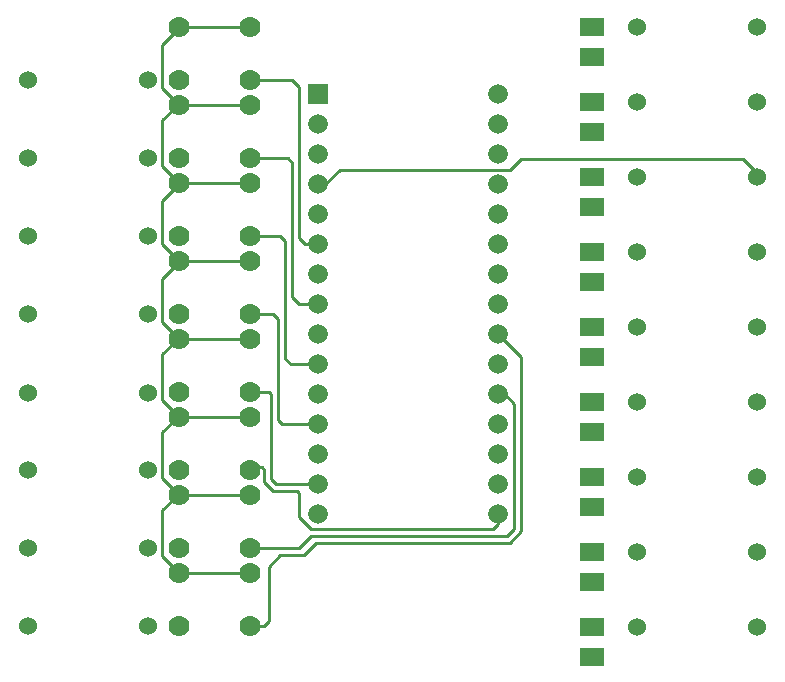
<source format=gbr>
G04 DesignSpark PCB Gerber Version 10.0 Build 5299*
G04 #@! TF.Part,Single*
G04 #@! TF.FileFunction,Copper,L1,Top*
G04 #@! TF.FilePolarity,Positive*
%FSLAX35Y35*%
%MOIN*%
G04 #@! TA.AperFunction,ComponentPad*
%ADD11R,0.06555X0.06555*%
G04 #@! TD.AperFunction*
%ADD10C,0.01000*%
G04 #@! TA.AperFunction,ComponentPad*
%ADD14C,0.06000*%
%ADD12C,0.06555*%
%ADD13R,0.08000X0.06000*%
%ADD15C,0.07000*%
G04 #@! TD.AperFunction*
X0Y0D02*
D02*
D10*
X56506Y38002D02*
X68317D01*
X56506D02*
X80128D01*
X56506Y63986D02*
X56112D01*
X50994Y58868D01*
Y43513D01*
X56506Y38002D01*
Y63986D02*
X56112D01*
X56506Y89970D02*
X56112D01*
X50994Y84852D01*
Y69498D01*
X56506Y63986D01*
Y89970D02*
X55324D01*
X56506D02*
X80128D01*
X56506Y115954D02*
X56112D01*
X50994Y110836D01*
Y95482D01*
X56506Y89970D01*
Y115954D02*
X56112D01*
X56506D02*
X80128D01*
X56506Y141939D02*
Y141545D01*
X50994Y136033D01*
Y121466D01*
X56506Y115954D01*
Y141939D02*
X56112D01*
X56506D02*
X80128D01*
X56506Y167923D02*
Y167529D01*
X50994Y162017D01*
Y147450D01*
X56506Y141939D01*
Y167923D02*
X50994Y173435D01*
Y188789D01*
X56112Y193907D01*
X56506D01*
Y167923D02*
X80128D01*
X56506Y192332D02*
Y193907D01*
X50994Y199419D01*
Y213986D01*
X56506Y219498D01*
Y219891D01*
Y193907D02*
X58868D01*
X56506Y219891D02*
X80128D01*
Y63986D02*
X56506D01*
X80128Y193907D02*
X56506D01*
X102962Y67450D02*
X88868D01*
X87214Y69104D01*
Y97450D01*
X86427Y98238D01*
X80128D01*
X102962Y87450D02*
X90915D01*
X89576Y88789D01*
Y122647D01*
X88002Y124222D01*
X80128D01*
X102962Y107450D02*
X93750D01*
X91939Y109261D01*
Y148631D01*
X90364Y150206D01*
X80128D01*
X102962Y127450D02*
X96584D01*
X94301Y129734D01*
Y174616D01*
X92726Y176191D01*
X80128D01*
X102962Y147450D02*
X98631D01*
X96663Y149419D01*
Y199813D01*
X94301Y202175D01*
X80128D01*
X102962Y167450D02*
X105246D01*
X110049Y172254D01*
X166899D01*
X170679Y176033D01*
X244635D01*
X249301Y171368D01*
Y169950D01*
X162962Y57450D02*
Y54301D01*
X161230Y52569D01*
X100600D01*
X96663Y56506D01*
Y62805D01*
Y64380D01*
X95876Y65167D01*
X88002D01*
X84852Y68317D01*
Y72254D01*
X84065Y73041D01*
X80128D01*
Y72254D01*
X162962Y97450D02*
X165167D01*
X168317Y94301D01*
Y52569D01*
X165954Y50206D01*
X100600D01*
X96663Y46269D01*
X80128D01*
X162962Y117450D02*
X170679Y109734D01*
Y51781D01*
X166742Y47844D01*
X102175D01*
X98238Y43907D01*
X90364D01*
X86427Y39970D01*
Y21860D01*
X84852Y20285D01*
X80128D01*
D02*
D11*
X102962Y197450D03*
D02*
D12*
Y57450D03*
Y67450D03*
Y77450D03*
Y87450D03*
Y97450D03*
Y107450D03*
Y117450D03*
Y127450D03*
Y137450D03*
Y147450D03*
Y157450D03*
Y167450D03*
Y177450D03*
Y187450D03*
X162962Y57450D03*
Y67450D03*
Y77450D03*
Y87450D03*
Y97450D03*
Y107450D03*
Y117450D03*
Y127450D03*
Y137450D03*
Y147450D03*
Y157450D03*
Y167450D03*
Y177450D03*
Y187450D03*
Y197450D03*
D02*
D13*
X194301Y9950D03*
Y19950D03*
Y34950D03*
Y44950D03*
Y59950D03*
Y69950D03*
Y84950D03*
Y94950D03*
Y109950D03*
Y119950D03*
Y134950D03*
Y144950D03*
Y159950D03*
Y169950D03*
Y184950D03*
Y194950D03*
Y209950D03*
Y219950D03*
D02*
D14*
X6112Y20285D03*
Y46269D03*
Y72254D03*
Y98021D03*
Y124222D03*
Y150206D03*
Y176191D03*
Y202175D03*
X46112Y20285D03*
Y46269D03*
Y72254D03*
Y98021D03*
Y124222D03*
Y150206D03*
Y176191D03*
Y202175D03*
X209301Y19950D03*
Y44950D03*
Y69950D03*
Y94950D03*
Y119950D03*
Y144950D03*
Y169950D03*
Y194950D03*
Y219950D03*
X249301Y19950D03*
Y44950D03*
Y69950D03*
Y94950D03*
Y119950D03*
Y144950D03*
Y169950D03*
Y194950D03*
Y219950D03*
D02*
D15*
X56506Y20285D03*
Y38002D03*
Y46269D03*
Y63986D03*
Y72254D03*
Y89970D03*
Y98238D03*
Y115954D03*
Y124222D03*
Y141939D03*
Y150206D03*
Y167923D03*
Y176191D03*
Y193907D03*
Y202175D03*
Y219891D03*
X80128Y20285D03*
Y38002D03*
Y46269D03*
Y63986D03*
Y72254D03*
Y89970D03*
Y98238D03*
Y115954D03*
Y124222D03*
Y141939D03*
Y150206D03*
Y167923D03*
Y176191D03*
Y193907D03*
Y202175D03*
Y219891D03*
X0Y0D02*
M02*

</source>
